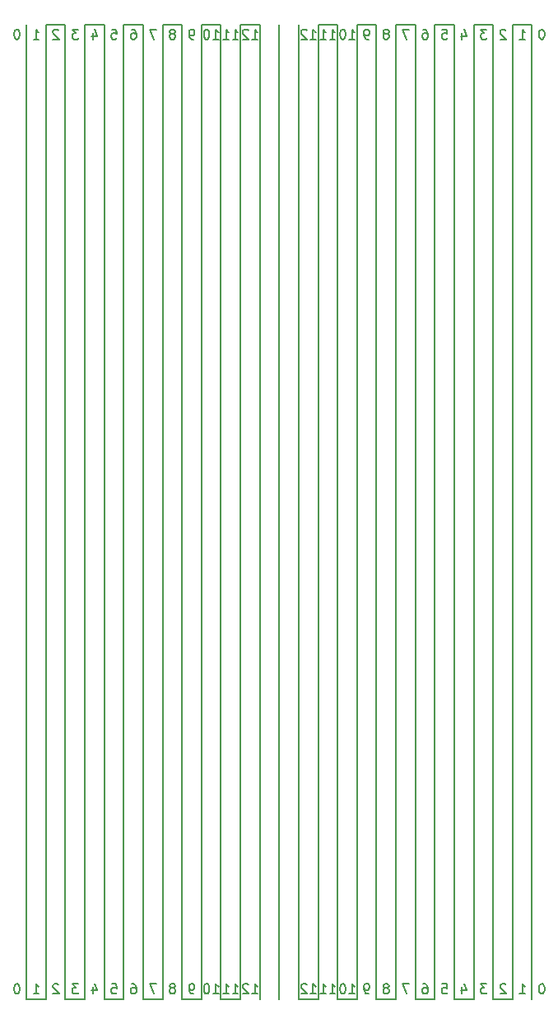
<source format=gbr>
%TF.GenerationSoftware,KiCad,Pcbnew,(6.0.11)*%
%TF.CreationDate,2023-04-03T18:30:39-05:00*%
%TF.ProjectId,SlidePlate,536c6964-6550-46c6-9174-652e6b696361,rev?*%
%TF.SameCoordinates,Original*%
%TF.FileFunction,Legend,Bot*%
%TF.FilePolarity,Positive*%
%FSLAX46Y46*%
G04 Gerber Fmt 4.6, Leading zero omitted, Abs format (unit mm)*
G04 Created by KiCad (PCBNEW (6.0.11)) date 2023-04-03 18:30:39*
%MOMM*%
%LPD*%
G01*
G04 APERTURE LIST*
%ADD10C,0.150000*%
G04 APERTURE END LIST*
D10*
X57190476Y-21452380D02*
X57000000Y-21452380D01*
X56904761Y-21404761D01*
X56857142Y-21357142D01*
X56761904Y-21214285D01*
X56714285Y-21023809D01*
X56714285Y-20642857D01*
X56761904Y-20547619D01*
X56809523Y-20500000D01*
X56904761Y-20452380D01*
X57095238Y-20452380D01*
X57190476Y-20500000D01*
X57238095Y-20547619D01*
X57285714Y-20642857D01*
X57285714Y-20880952D01*
X57238095Y-20976190D01*
X57190476Y-21023809D01*
X57095238Y-21071428D01*
X56904761Y-21071428D01*
X56809523Y-21023809D01*
X56761904Y-20976190D01*
X56714285Y-20880952D01*
X51190476Y-21452380D02*
X51761904Y-21452380D01*
X51476190Y-21452380D02*
X51476190Y-20452380D01*
X51571428Y-20595238D01*
X51666666Y-20690476D01*
X51761904Y-20738095D01*
X50809523Y-20547619D02*
X50761904Y-20500000D01*
X50666666Y-20452380D01*
X50428571Y-20452380D01*
X50333333Y-20500000D01*
X50285714Y-20547619D01*
X50238095Y-20642857D01*
X50238095Y-20738095D01*
X50285714Y-20880952D01*
X50857142Y-21452380D01*
X50238095Y-21452380D01*
X59095238Y-20880952D02*
X59190476Y-20833333D01*
X59238095Y-20785714D01*
X59285714Y-20690476D01*
X59285714Y-20642857D01*
X59238095Y-20547619D01*
X59190476Y-20500000D01*
X59095238Y-20452380D01*
X58904761Y-20452380D01*
X58809523Y-20500000D01*
X58761904Y-20547619D01*
X58714285Y-20642857D01*
X58714285Y-20690476D01*
X58761904Y-20785714D01*
X58809523Y-20833333D01*
X58904761Y-20880952D01*
X59095238Y-20880952D01*
X59190476Y-20928571D01*
X59238095Y-20976190D01*
X59285714Y-21071428D01*
X59285714Y-21261904D01*
X59238095Y-21357142D01*
X59190476Y-21404761D01*
X59095238Y-21452380D01*
X58904761Y-21452380D01*
X58809523Y-21404761D01*
X58761904Y-21357142D01*
X58714285Y-21261904D01*
X58714285Y-21071428D01*
X58761904Y-20976190D01*
X58809523Y-20928571D01*
X58904761Y-20880952D01*
X61333333Y-20452380D02*
X60666666Y-20452380D01*
X61095238Y-21452380D01*
X64761904Y-20452380D02*
X65238095Y-20452380D01*
X65285714Y-20928571D01*
X65238095Y-20880952D01*
X65142857Y-20833333D01*
X64904761Y-20833333D01*
X64809523Y-20880952D01*
X64761904Y-20928571D01*
X64714285Y-21023809D01*
X64714285Y-21261904D01*
X64761904Y-21357142D01*
X64809523Y-21404761D01*
X64904761Y-21452380D01*
X65142857Y-21452380D01*
X65238095Y-21404761D01*
X65285714Y-21357142D01*
X62809523Y-20452380D02*
X63000000Y-20452380D01*
X63095238Y-20500000D01*
X63142857Y-20547619D01*
X63238095Y-20690476D01*
X63285714Y-20880952D01*
X63285714Y-21261904D01*
X63238095Y-21357142D01*
X63190476Y-21404761D01*
X63095238Y-21452380D01*
X62904761Y-21452380D01*
X62809523Y-21404761D01*
X62761904Y-21357142D01*
X62714285Y-21261904D01*
X62714285Y-21023809D01*
X62761904Y-20928571D01*
X62809523Y-20880952D01*
X62904761Y-20833333D01*
X63095238Y-20833333D01*
X63190476Y-20880952D01*
X63238095Y-20928571D01*
X63285714Y-21023809D01*
X69333333Y-20452380D02*
X68714285Y-20452380D01*
X69047619Y-20833333D01*
X68904761Y-20833333D01*
X68809523Y-20880952D01*
X68761904Y-20928571D01*
X68714285Y-21023809D01*
X68714285Y-21261904D01*
X68761904Y-21357142D01*
X68809523Y-21404761D01*
X68904761Y-21452380D01*
X69190476Y-21452380D01*
X69285714Y-21404761D01*
X69333333Y-21357142D01*
X75047619Y-20452380D02*
X74952380Y-20452380D01*
X74857142Y-20500000D01*
X74809523Y-20547619D01*
X74761904Y-20642857D01*
X74714285Y-20833333D01*
X74714285Y-21071428D01*
X74761904Y-21261904D01*
X74809523Y-21357142D01*
X74857142Y-21404761D01*
X74952380Y-21452380D01*
X75047619Y-21452380D01*
X75142857Y-21404761D01*
X75190476Y-21357142D01*
X75238095Y-21261904D01*
X75285714Y-21071428D01*
X75285714Y-20833333D01*
X75238095Y-20642857D01*
X75190476Y-20547619D01*
X75142857Y-20500000D01*
X75047619Y-20452380D01*
X66809523Y-20785714D02*
X66809523Y-21452380D01*
X67047619Y-20404761D02*
X67285714Y-21119047D01*
X66666666Y-21119047D01*
X71285714Y-20547619D02*
X71238095Y-20500000D01*
X71142857Y-20452380D01*
X70904761Y-20452380D01*
X70809523Y-20500000D01*
X70761904Y-20547619D01*
X70714285Y-20642857D01*
X70714285Y-20738095D01*
X70761904Y-20880952D01*
X71333333Y-21452380D01*
X70714285Y-21452380D01*
X72714285Y-21452380D02*
X73285714Y-21452380D01*
X73000000Y-21452380D02*
X73000000Y-20452380D01*
X73095238Y-20595238D01*
X73190476Y-20690476D01*
X73285714Y-20738095D01*
X55190476Y-21452380D02*
X55761904Y-21452380D01*
X55476190Y-21452380D02*
X55476190Y-20452380D01*
X55571428Y-20595238D01*
X55666666Y-20690476D01*
X55761904Y-20738095D01*
X54571428Y-20452380D02*
X54476190Y-20452380D01*
X54380952Y-20500000D01*
X54333333Y-20547619D01*
X54285714Y-20642857D01*
X54238095Y-20833333D01*
X54238095Y-21071428D01*
X54285714Y-21261904D01*
X54333333Y-21357142D01*
X54380952Y-21404761D01*
X54476190Y-21452380D01*
X54571428Y-21452380D01*
X54666666Y-21404761D01*
X54714285Y-21357142D01*
X54761904Y-21261904D01*
X54809523Y-21071428D01*
X54809523Y-20833333D01*
X54761904Y-20642857D01*
X54714285Y-20547619D01*
X54666666Y-20500000D01*
X54571428Y-20452380D01*
X53190476Y-21452380D02*
X53761904Y-21452380D01*
X53476190Y-21452380D02*
X53476190Y-20452380D01*
X53571428Y-20595238D01*
X53666666Y-20690476D01*
X53761904Y-20738095D01*
X52238095Y-21452380D02*
X52809523Y-21452380D01*
X52523809Y-21452380D02*
X52523809Y-20452380D01*
X52619047Y-20595238D01*
X52714285Y-20690476D01*
X52809523Y-20738095D01*
X55190476Y-119452380D02*
X55761904Y-119452380D01*
X55476190Y-119452380D02*
X55476190Y-118452380D01*
X55571428Y-118595238D01*
X55666666Y-118690476D01*
X55761904Y-118738095D01*
X54571428Y-118452380D02*
X54476190Y-118452380D01*
X54380952Y-118500000D01*
X54333333Y-118547619D01*
X54285714Y-118642857D01*
X54238095Y-118833333D01*
X54238095Y-119071428D01*
X54285714Y-119261904D01*
X54333333Y-119357142D01*
X54380952Y-119404761D01*
X54476190Y-119452380D01*
X54571428Y-119452380D01*
X54666666Y-119404761D01*
X54714285Y-119357142D01*
X54761904Y-119261904D01*
X54809523Y-119071428D01*
X54809523Y-118833333D01*
X54761904Y-118642857D01*
X54714285Y-118547619D01*
X54666666Y-118500000D01*
X54571428Y-118452380D01*
X51190476Y-119452380D02*
X51761904Y-119452380D01*
X51476190Y-119452380D02*
X51476190Y-118452380D01*
X51571428Y-118595238D01*
X51666666Y-118690476D01*
X51761904Y-118738095D01*
X50809523Y-118547619D02*
X50761904Y-118500000D01*
X50666666Y-118452380D01*
X50428571Y-118452380D01*
X50333333Y-118500000D01*
X50285714Y-118547619D01*
X50238095Y-118642857D01*
X50238095Y-118738095D01*
X50285714Y-118880952D01*
X50857142Y-119452380D01*
X50238095Y-119452380D01*
X53190476Y-119452380D02*
X53761904Y-119452380D01*
X53476190Y-119452380D02*
X53476190Y-118452380D01*
X53571428Y-118595238D01*
X53666666Y-118690476D01*
X53761904Y-118738095D01*
X52238095Y-119452380D02*
X52809523Y-119452380D01*
X52523809Y-119452380D02*
X52523809Y-118452380D01*
X52619047Y-118595238D01*
X52714285Y-118690476D01*
X52809523Y-118738095D01*
X59095238Y-118880952D02*
X59190476Y-118833333D01*
X59238095Y-118785714D01*
X59285714Y-118690476D01*
X59285714Y-118642857D01*
X59238095Y-118547619D01*
X59190476Y-118500000D01*
X59095238Y-118452380D01*
X58904761Y-118452380D01*
X58809523Y-118500000D01*
X58761904Y-118547619D01*
X58714285Y-118642857D01*
X58714285Y-118690476D01*
X58761904Y-118785714D01*
X58809523Y-118833333D01*
X58904761Y-118880952D01*
X59095238Y-118880952D01*
X59190476Y-118928571D01*
X59238095Y-118976190D01*
X59285714Y-119071428D01*
X59285714Y-119261904D01*
X59238095Y-119357142D01*
X59190476Y-119404761D01*
X59095238Y-119452380D01*
X58904761Y-119452380D01*
X58809523Y-119404761D01*
X58761904Y-119357142D01*
X58714285Y-119261904D01*
X58714285Y-119071428D01*
X58761904Y-118976190D01*
X58809523Y-118928571D01*
X58904761Y-118880952D01*
X61333333Y-118452380D02*
X60666666Y-118452380D01*
X61095238Y-119452380D01*
X57190476Y-119452380D02*
X57000000Y-119452380D01*
X56904761Y-119404761D01*
X56857142Y-119357142D01*
X56761904Y-119214285D01*
X56714285Y-119023809D01*
X56714285Y-118642857D01*
X56761904Y-118547619D01*
X56809523Y-118500000D01*
X56904761Y-118452380D01*
X57095238Y-118452380D01*
X57190476Y-118500000D01*
X57238095Y-118547619D01*
X57285714Y-118642857D01*
X57285714Y-118880952D01*
X57238095Y-118976190D01*
X57190476Y-119023809D01*
X57095238Y-119071428D01*
X56904761Y-119071428D01*
X56809523Y-119023809D01*
X56761904Y-118976190D01*
X56714285Y-118880952D01*
X64761904Y-118452380D02*
X65238095Y-118452380D01*
X65285714Y-118928571D01*
X65238095Y-118880952D01*
X65142857Y-118833333D01*
X64904761Y-118833333D01*
X64809523Y-118880952D01*
X64761904Y-118928571D01*
X64714285Y-119023809D01*
X64714285Y-119261904D01*
X64761904Y-119357142D01*
X64809523Y-119404761D01*
X64904761Y-119452380D01*
X65142857Y-119452380D01*
X65238095Y-119404761D01*
X65285714Y-119357142D01*
X62809523Y-118452380D02*
X63000000Y-118452380D01*
X63095238Y-118500000D01*
X63142857Y-118547619D01*
X63238095Y-118690476D01*
X63285714Y-118880952D01*
X63285714Y-119261904D01*
X63238095Y-119357142D01*
X63190476Y-119404761D01*
X63095238Y-119452380D01*
X62904761Y-119452380D01*
X62809523Y-119404761D01*
X62761904Y-119357142D01*
X62714285Y-119261904D01*
X62714285Y-119023809D01*
X62761904Y-118928571D01*
X62809523Y-118880952D01*
X62904761Y-118833333D01*
X63095238Y-118833333D01*
X63190476Y-118880952D01*
X63238095Y-118928571D01*
X63285714Y-119023809D01*
X69333333Y-118452380D02*
X68714285Y-118452380D01*
X69047619Y-118833333D01*
X68904761Y-118833333D01*
X68809523Y-118880952D01*
X68761904Y-118928571D01*
X68714285Y-119023809D01*
X68714285Y-119261904D01*
X68761904Y-119357142D01*
X68809523Y-119404761D01*
X68904761Y-119452380D01*
X69190476Y-119452380D01*
X69285714Y-119404761D01*
X69333333Y-119357142D01*
X66809523Y-118785714D02*
X66809523Y-119452380D01*
X67047619Y-118404761D02*
X67285714Y-119119047D01*
X66666666Y-119119047D01*
X75047619Y-118452380D02*
X74952380Y-118452380D01*
X74857142Y-118500000D01*
X74809523Y-118547619D01*
X74761904Y-118642857D01*
X74714285Y-118833333D01*
X74714285Y-119071428D01*
X74761904Y-119261904D01*
X74809523Y-119357142D01*
X74857142Y-119404761D01*
X74952380Y-119452380D01*
X75047619Y-119452380D01*
X75142857Y-119404761D01*
X75190476Y-119357142D01*
X75238095Y-119261904D01*
X75285714Y-119071428D01*
X75285714Y-118833333D01*
X75238095Y-118642857D01*
X75190476Y-118547619D01*
X75142857Y-118500000D01*
X75047619Y-118452380D01*
X71285714Y-118547619D02*
X71238095Y-118500000D01*
X71142857Y-118452380D01*
X70904761Y-118452380D01*
X70809523Y-118500000D01*
X70761904Y-118547619D01*
X70714285Y-118642857D01*
X70714285Y-118738095D01*
X70761904Y-118880952D01*
X71333333Y-119452380D01*
X70714285Y-119452380D01*
X72714285Y-119452380D02*
X73285714Y-119452380D01*
X73000000Y-119452380D02*
X73000000Y-118452380D01*
X73095238Y-118595238D01*
X73190476Y-118690476D01*
X73285714Y-118738095D01*
X41190476Y-119452380D02*
X41761904Y-119452380D01*
X41476190Y-119452380D02*
X41476190Y-118452380D01*
X41571428Y-118595238D01*
X41666666Y-118690476D01*
X41761904Y-118738095D01*
X40571428Y-118452380D02*
X40476190Y-118452380D01*
X40380952Y-118500000D01*
X40333333Y-118547619D01*
X40285714Y-118642857D01*
X40238095Y-118833333D01*
X40238095Y-119071428D01*
X40285714Y-119261904D01*
X40333333Y-119357142D01*
X40380952Y-119404761D01*
X40476190Y-119452380D01*
X40571428Y-119452380D01*
X40666666Y-119404761D01*
X40714285Y-119357142D01*
X40761904Y-119261904D01*
X40809523Y-119071428D01*
X40809523Y-118833333D01*
X40761904Y-118642857D01*
X40714285Y-118547619D01*
X40666666Y-118500000D01*
X40571428Y-118452380D01*
X45190476Y-119452380D02*
X45761904Y-119452380D01*
X45476190Y-119452380D02*
X45476190Y-118452380D01*
X45571428Y-118595238D01*
X45666666Y-118690476D01*
X45761904Y-118738095D01*
X44809523Y-118547619D02*
X44761904Y-118500000D01*
X44666666Y-118452380D01*
X44428571Y-118452380D01*
X44333333Y-118500000D01*
X44285714Y-118547619D01*
X44238095Y-118642857D01*
X44238095Y-118738095D01*
X44285714Y-118880952D01*
X44857142Y-119452380D01*
X44238095Y-119452380D01*
X43190476Y-119452380D02*
X43761904Y-119452380D01*
X43476190Y-119452380D02*
X43476190Y-118452380D01*
X43571428Y-118595238D01*
X43666666Y-118690476D01*
X43761904Y-118738095D01*
X42238095Y-119452380D02*
X42809523Y-119452380D01*
X42523809Y-119452380D02*
X42523809Y-118452380D01*
X42619047Y-118595238D01*
X42714285Y-118690476D01*
X42809523Y-118738095D01*
X37095238Y-118880952D02*
X37190476Y-118833333D01*
X37238095Y-118785714D01*
X37285714Y-118690476D01*
X37285714Y-118642857D01*
X37238095Y-118547619D01*
X37190476Y-118500000D01*
X37095238Y-118452380D01*
X36904761Y-118452380D01*
X36809523Y-118500000D01*
X36761904Y-118547619D01*
X36714285Y-118642857D01*
X36714285Y-118690476D01*
X36761904Y-118785714D01*
X36809523Y-118833333D01*
X36904761Y-118880952D01*
X37095238Y-118880952D01*
X37190476Y-118928571D01*
X37238095Y-118976190D01*
X37285714Y-119071428D01*
X37285714Y-119261904D01*
X37238095Y-119357142D01*
X37190476Y-119404761D01*
X37095238Y-119452380D01*
X36904761Y-119452380D01*
X36809523Y-119404761D01*
X36761904Y-119357142D01*
X36714285Y-119261904D01*
X36714285Y-119071428D01*
X36761904Y-118976190D01*
X36809523Y-118928571D01*
X36904761Y-118880952D01*
X35333333Y-118452380D02*
X34666666Y-118452380D01*
X35095238Y-119452380D01*
X39190476Y-119452380D02*
X39000000Y-119452380D01*
X38904761Y-119404761D01*
X38857142Y-119357142D01*
X38761904Y-119214285D01*
X38714285Y-119023809D01*
X38714285Y-118642857D01*
X38761904Y-118547619D01*
X38809523Y-118500000D01*
X38904761Y-118452380D01*
X39095238Y-118452380D01*
X39190476Y-118500000D01*
X39238095Y-118547619D01*
X39285714Y-118642857D01*
X39285714Y-118880952D01*
X39238095Y-118976190D01*
X39190476Y-119023809D01*
X39095238Y-119071428D01*
X38904761Y-119071428D01*
X38809523Y-119023809D01*
X38761904Y-118976190D01*
X38714285Y-118880952D01*
X30761904Y-118452380D02*
X31238095Y-118452380D01*
X31285714Y-118928571D01*
X31238095Y-118880952D01*
X31142857Y-118833333D01*
X30904761Y-118833333D01*
X30809523Y-118880952D01*
X30761904Y-118928571D01*
X30714285Y-119023809D01*
X30714285Y-119261904D01*
X30761904Y-119357142D01*
X30809523Y-119404761D01*
X30904761Y-119452380D01*
X31142857Y-119452380D01*
X31238095Y-119404761D01*
X31285714Y-119357142D01*
X32809523Y-118452380D02*
X33000000Y-118452380D01*
X33095238Y-118500000D01*
X33142857Y-118547619D01*
X33238095Y-118690476D01*
X33285714Y-118880952D01*
X33285714Y-119261904D01*
X33238095Y-119357142D01*
X33190476Y-119404761D01*
X33095238Y-119452380D01*
X32904761Y-119452380D01*
X32809523Y-119404761D01*
X32761904Y-119357142D01*
X32714285Y-119261904D01*
X32714285Y-119023809D01*
X32761904Y-118928571D01*
X32809523Y-118880952D01*
X32904761Y-118833333D01*
X33095238Y-118833333D01*
X33190476Y-118880952D01*
X33238095Y-118928571D01*
X33285714Y-119023809D01*
X27333333Y-118452380D02*
X26714285Y-118452380D01*
X27047619Y-118833333D01*
X26904761Y-118833333D01*
X26809523Y-118880952D01*
X26761904Y-118928571D01*
X26714285Y-119023809D01*
X26714285Y-119261904D01*
X26761904Y-119357142D01*
X26809523Y-119404761D01*
X26904761Y-119452380D01*
X27190476Y-119452380D01*
X27285714Y-119404761D01*
X27333333Y-119357142D01*
X28809523Y-118785714D02*
X28809523Y-119452380D01*
X29047619Y-118404761D02*
X29285714Y-119119047D01*
X28666666Y-119119047D01*
X21047619Y-118452380D02*
X20952380Y-118452380D01*
X20857142Y-118500000D01*
X20809523Y-118547619D01*
X20761904Y-118642857D01*
X20714285Y-118833333D01*
X20714285Y-119071428D01*
X20761904Y-119261904D01*
X20809523Y-119357142D01*
X20857142Y-119404761D01*
X20952380Y-119452380D01*
X21047619Y-119452380D01*
X21142857Y-119404761D01*
X21190476Y-119357142D01*
X21238095Y-119261904D01*
X21285714Y-119071428D01*
X21285714Y-118833333D01*
X21238095Y-118642857D01*
X21190476Y-118547619D01*
X21142857Y-118500000D01*
X21047619Y-118452380D01*
X25285714Y-118547619D02*
X25238095Y-118500000D01*
X25142857Y-118452380D01*
X24904761Y-118452380D01*
X24809523Y-118500000D01*
X24761904Y-118547619D01*
X24714285Y-118642857D01*
X24714285Y-118738095D01*
X24761904Y-118880952D01*
X25333333Y-119452380D01*
X24714285Y-119452380D01*
X22714285Y-119452380D02*
X23285714Y-119452380D01*
X23000000Y-119452380D02*
X23000000Y-118452380D01*
X23095238Y-118595238D01*
X23190476Y-118690476D01*
X23285714Y-118738095D01*
X45190476Y-21452380D02*
X45761904Y-21452380D01*
X45476190Y-21452380D02*
X45476190Y-20452380D01*
X45571428Y-20595238D01*
X45666666Y-20690476D01*
X45761904Y-20738095D01*
X44809523Y-20547619D02*
X44761904Y-20500000D01*
X44666666Y-20452380D01*
X44428571Y-20452380D01*
X44333333Y-20500000D01*
X44285714Y-20547619D01*
X44238095Y-20642857D01*
X44238095Y-20738095D01*
X44285714Y-20880952D01*
X44857142Y-21452380D01*
X44238095Y-21452380D01*
X43190476Y-21452380D02*
X43761904Y-21452380D01*
X43476190Y-21452380D02*
X43476190Y-20452380D01*
X43571428Y-20595238D01*
X43666666Y-20690476D01*
X43761904Y-20738095D01*
X42238095Y-21452380D02*
X42809523Y-21452380D01*
X42523809Y-21452380D02*
X42523809Y-20452380D01*
X42619047Y-20595238D01*
X42714285Y-20690476D01*
X42809523Y-20738095D01*
X41190476Y-21452380D02*
X41761904Y-21452380D01*
X41476190Y-21452380D02*
X41476190Y-20452380D01*
X41571428Y-20595238D01*
X41666666Y-20690476D01*
X41761904Y-20738095D01*
X40571428Y-20452380D02*
X40476190Y-20452380D01*
X40380952Y-20500000D01*
X40333333Y-20547619D01*
X40285714Y-20642857D01*
X40238095Y-20833333D01*
X40238095Y-21071428D01*
X40285714Y-21261904D01*
X40333333Y-21357142D01*
X40380952Y-21404761D01*
X40476190Y-21452380D01*
X40571428Y-21452380D01*
X40666666Y-21404761D01*
X40714285Y-21357142D01*
X40761904Y-21261904D01*
X40809523Y-21071428D01*
X40809523Y-20833333D01*
X40761904Y-20642857D01*
X40714285Y-20547619D01*
X40666666Y-20500000D01*
X40571428Y-20452380D01*
X39190476Y-21452380D02*
X39000000Y-21452380D01*
X38904761Y-21404761D01*
X38857142Y-21357142D01*
X38761904Y-21214285D01*
X38714285Y-21023809D01*
X38714285Y-20642857D01*
X38761904Y-20547619D01*
X38809523Y-20500000D01*
X38904761Y-20452380D01*
X39095238Y-20452380D01*
X39190476Y-20500000D01*
X39238095Y-20547619D01*
X39285714Y-20642857D01*
X39285714Y-20880952D01*
X39238095Y-20976190D01*
X39190476Y-21023809D01*
X39095238Y-21071428D01*
X38904761Y-21071428D01*
X38809523Y-21023809D01*
X38761904Y-20976190D01*
X38714285Y-20880952D01*
X37095238Y-20880952D02*
X37190476Y-20833333D01*
X37238095Y-20785714D01*
X37285714Y-20690476D01*
X37285714Y-20642857D01*
X37238095Y-20547619D01*
X37190476Y-20500000D01*
X37095238Y-20452380D01*
X36904761Y-20452380D01*
X36809523Y-20500000D01*
X36761904Y-20547619D01*
X36714285Y-20642857D01*
X36714285Y-20690476D01*
X36761904Y-20785714D01*
X36809523Y-20833333D01*
X36904761Y-20880952D01*
X37095238Y-20880952D01*
X37190476Y-20928571D01*
X37238095Y-20976190D01*
X37285714Y-21071428D01*
X37285714Y-21261904D01*
X37238095Y-21357142D01*
X37190476Y-21404761D01*
X37095238Y-21452380D01*
X36904761Y-21452380D01*
X36809523Y-21404761D01*
X36761904Y-21357142D01*
X36714285Y-21261904D01*
X36714285Y-21071428D01*
X36761904Y-20976190D01*
X36809523Y-20928571D01*
X36904761Y-20880952D01*
X35333333Y-20452380D02*
X34666666Y-20452380D01*
X35095238Y-21452380D01*
X32809523Y-20452380D02*
X33000000Y-20452380D01*
X33095238Y-20500000D01*
X33142857Y-20547619D01*
X33238095Y-20690476D01*
X33285714Y-20880952D01*
X33285714Y-21261904D01*
X33238095Y-21357142D01*
X33190476Y-21404761D01*
X33095238Y-21452380D01*
X32904761Y-21452380D01*
X32809523Y-21404761D01*
X32761904Y-21357142D01*
X32714285Y-21261904D01*
X32714285Y-21023809D01*
X32761904Y-20928571D01*
X32809523Y-20880952D01*
X32904761Y-20833333D01*
X33095238Y-20833333D01*
X33190476Y-20880952D01*
X33238095Y-20928571D01*
X33285714Y-21023809D01*
X30761904Y-20452380D02*
X31238095Y-20452380D01*
X31285714Y-20928571D01*
X31238095Y-20880952D01*
X31142857Y-20833333D01*
X30904761Y-20833333D01*
X30809523Y-20880952D01*
X30761904Y-20928571D01*
X30714285Y-21023809D01*
X30714285Y-21261904D01*
X30761904Y-21357142D01*
X30809523Y-21404761D01*
X30904761Y-21452380D01*
X31142857Y-21452380D01*
X31238095Y-21404761D01*
X31285714Y-21357142D01*
X28809523Y-20785714D02*
X28809523Y-21452380D01*
X29047619Y-20404761D02*
X29285714Y-21119047D01*
X28666666Y-21119047D01*
X27333333Y-20452380D02*
X26714285Y-20452380D01*
X27047619Y-20833333D01*
X26904761Y-20833333D01*
X26809523Y-20880952D01*
X26761904Y-20928571D01*
X26714285Y-21023809D01*
X26714285Y-21261904D01*
X26761904Y-21357142D01*
X26809523Y-21404761D01*
X26904761Y-21452380D01*
X27190476Y-21452380D01*
X27285714Y-21404761D01*
X27333333Y-21357142D01*
X25285714Y-20547619D02*
X25238095Y-20500000D01*
X25142857Y-20452380D01*
X24904761Y-20452380D01*
X24809523Y-20500000D01*
X24761904Y-20547619D01*
X24714285Y-20642857D01*
X24714285Y-20738095D01*
X24761904Y-20880952D01*
X25333333Y-21452380D01*
X24714285Y-21452380D01*
X22714285Y-21452380D02*
X23285714Y-21452380D01*
X23000000Y-21452380D02*
X23000000Y-20452380D01*
X23095238Y-20595238D01*
X23190476Y-20690476D01*
X23285714Y-20738095D01*
X21047619Y-20452380D02*
X20952380Y-20452380D01*
X20857142Y-20500000D01*
X20809523Y-20547619D01*
X20761904Y-20642857D01*
X20714285Y-20833333D01*
X20714285Y-21071428D01*
X20761904Y-21261904D01*
X20809523Y-21357142D01*
X20857142Y-21404761D01*
X20952380Y-21452380D01*
X21047619Y-21452380D01*
X21142857Y-21404761D01*
X21190476Y-21357142D01*
X21238095Y-21261904D01*
X21285714Y-21071428D01*
X21285714Y-20833333D01*
X21238095Y-20642857D01*
X21190476Y-20547619D01*
X21142857Y-20500000D01*
X21047619Y-20452380D01*
X50000000Y-120000000D02*
X50000000Y-20000000D01*
X52000000Y-120000000D02*
X50000000Y-120000000D01*
X52000000Y-20000000D02*
X52000000Y-120000000D01*
X54000000Y-20000000D02*
X52000000Y-20000000D01*
X54000000Y-120000000D02*
X54000000Y-20000000D01*
X56000000Y-120000000D02*
X54000000Y-120000000D01*
X56000000Y-20000000D02*
X56000000Y-120000000D01*
X58000000Y-20000000D02*
X56000000Y-20000000D01*
X58000000Y-120000000D02*
X58000000Y-20000000D01*
X60000000Y-120000000D02*
X58000000Y-120000000D01*
X60000000Y-20000000D02*
X60000000Y-120000000D01*
X62000000Y-20000000D02*
X60000000Y-20000000D01*
X62000000Y-120000000D02*
X62000000Y-20000000D01*
X64000000Y-120000000D02*
X62000000Y-120000000D01*
X64000000Y-20000000D02*
X64000000Y-120000000D01*
X66000000Y-20000000D02*
X64000000Y-20000000D01*
X66000000Y-120000000D02*
X66000000Y-20000000D01*
X68000000Y-120000000D02*
X66000000Y-120000000D01*
X68000000Y-20000000D02*
X68000000Y-120000000D01*
X70000000Y-20000000D02*
X68000000Y-20000000D01*
X70000000Y-120000000D02*
X70000000Y-20000000D01*
X72000000Y-120000000D02*
X70000000Y-120000000D01*
X72000000Y-20000000D02*
X72000000Y-120000000D01*
X74000000Y-20000000D02*
X72000000Y-20000000D01*
X74000000Y-120000000D02*
X74000000Y-20000000D01*
X46000000Y-20000000D02*
X46000000Y-120000000D01*
X44000000Y-20000000D02*
X46000000Y-20000000D01*
X44000000Y-120000000D02*
X44000000Y-20000000D01*
X42000000Y-120000000D02*
X44000000Y-120000000D01*
X42000000Y-20000000D02*
X42000000Y-120000000D01*
X40000000Y-20000000D02*
X42000000Y-20000000D01*
X40000000Y-120000000D02*
X40000000Y-20000000D01*
X38000000Y-120000000D02*
X40000000Y-120000000D01*
X38000000Y-20000000D02*
X38000000Y-120000000D01*
X36000000Y-20000000D02*
X38000000Y-20000000D01*
X36000000Y-120000000D02*
X36000000Y-20000000D01*
X34000000Y-120000000D02*
X36000000Y-120000000D01*
X34000000Y-20000000D02*
X34000000Y-120000000D01*
X32000000Y-20000000D02*
X34000000Y-20000000D01*
X32000000Y-120000000D02*
X32000000Y-20000000D01*
X30000000Y-120000000D02*
X32000000Y-120000000D01*
X30000000Y-20000000D02*
X30000000Y-120000000D01*
X28000000Y-20000000D02*
X30000000Y-20000000D01*
X28000000Y-120000000D02*
X28000000Y-20000000D01*
X26000000Y-120000000D02*
X28000000Y-120000000D01*
X26000000Y-20000000D02*
X26000000Y-120000000D01*
X24000000Y-20000000D02*
X26000000Y-20000000D01*
X24000000Y-120000000D02*
X24000000Y-20000000D01*
X22000000Y-120000000D02*
X24000000Y-120000000D01*
X22000000Y-20000000D02*
X22000000Y-120000000D01*
X48000000Y-20000000D02*
X48000000Y-120000000D01*
M02*

</source>
